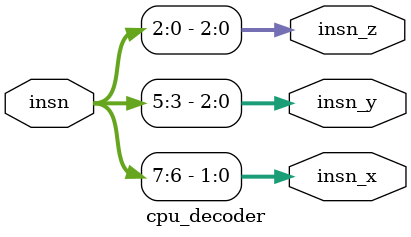
<source format=v>
`default_nettype none

module cpu_decoder(
	input wire [7:0] insn,

	output wire [1:0] insn_x,
	output wire [2:0] insn_y,
	output wire [2:0] insn_z
);

	assign insn_x = insn[7:6];
	assign insn_y = insn[5:3];
	assign insn_z = insn[2:0];

endmodule
</source>
